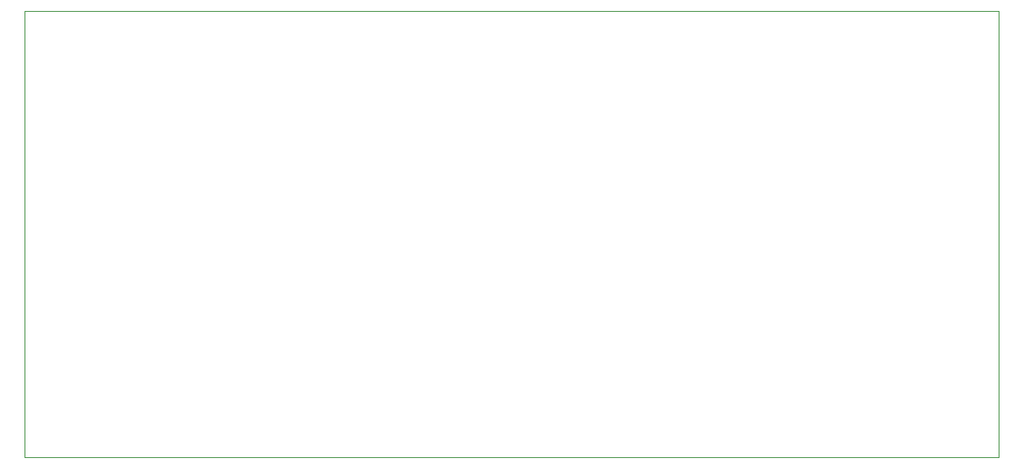
<source format=gko>
G04 #@! TF.FileFunction,Profile,NP*
%FSLAX46Y46*%
G04 Gerber Fmt 4.6, Leading zero omitted, Abs format (unit mm)*
G04 Created by KiCad (PCBNEW 4.0.0-rc2-stable) date Fri 13 Nov 2015 02:52:16 PM MST*
%MOMM*%
G01*
G04 APERTURE LIST*
%ADD10C,0.150000*%
%ADD11C,0.100000*%
G04 APERTURE END LIST*
D10*
D11*
X207772000Y-115824000D02*
X207010000Y-115824000D01*
X207772000Y-71120000D02*
X207772000Y-115824000D01*
X207264000Y-71120000D02*
X207772000Y-71120000D01*
X110236000Y-115824000D02*
X207264000Y-115824000D01*
X110236000Y-71120000D02*
X110236000Y-115824000D01*
X207264000Y-71120000D02*
X110236000Y-71120000D01*
M02*

</source>
